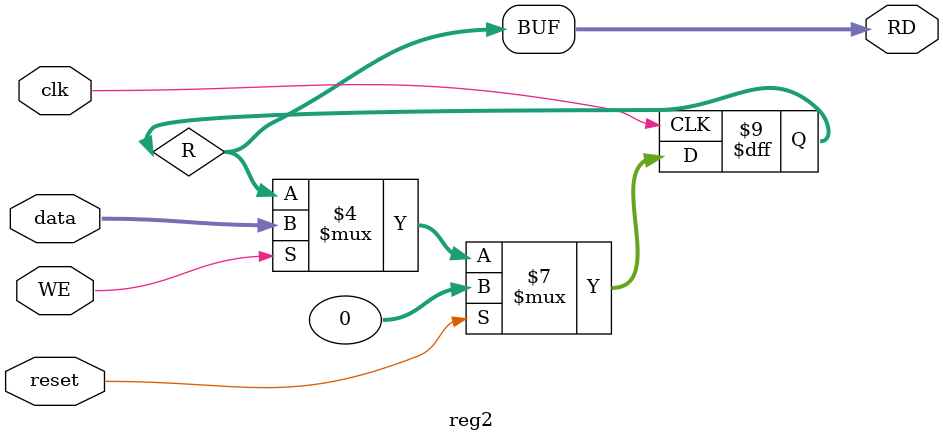
<source format=v>
module reg2 #(parameter W=32) (input clk,reset,WE,input [W-1:0] data,
output reg [W-1:0] RD);

reg [W-1:0] R;

initial R=0;

always @(posedge clk)
begin
	if(reset) R<=0;    
	else if(WE) R<=data;  //data can be loaded only if write is enabled
end

always @(*)
	RD=R;
	
	
endmodule	
	
</source>
